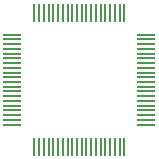
<source format=gtp>
%TF.GenerationSoftware,KiCad,Pcbnew,6.0.0*%
%TF.CreationDate,2022-01-11T23:33:24+00:00*%
%TF.ProjectId,qfp-80-breakout,7166702d-3830-42d6-9272-65616b6f7574,rev?*%
%TF.SameCoordinates,Original*%
%TF.FileFunction,Paste,Top*%
%TF.FilePolarity,Positive*%
%FSLAX46Y46*%
G04 Gerber Fmt 4.6, Leading zero omitted, Abs format (unit mm)*
G04 Created by KiCad (PCBNEW 6.0.0) date 2022-01-11 23:33:24*
%MOMM*%
%LPD*%
G01*
G04 APERTURE LIST*
G04 Aperture macros list*
%AMRoundRect*
0 Rectangle with rounded corners*
0 $1 Rounding radius*
0 $2 $3 $4 $5 $6 $7 $8 $9 X,Y pos of 4 corners*
0 Add a 4 corners polygon primitive as box body*
4,1,4,$2,$3,$4,$5,$6,$7,$8,$9,$2,$3,0*
0 Add four circle primitives for the rounded corners*
1,1,$1+$1,$2,$3*
1,1,$1+$1,$4,$5*
1,1,$1+$1,$6,$7*
1,1,$1+$1,$8,$9*
0 Add four rect primitives between the rounded corners*
20,1,$1+$1,$2,$3,$4,$5,0*
20,1,$1+$1,$4,$5,$6,$7,0*
20,1,$1+$1,$6,$7,$8,$9,0*
20,1,$1+$1,$8,$9,$2,$3,0*%
G04 Aperture macros list end*
%ADD10RoundRect,0.062500X-0.062500X-0.675000X0.062500X-0.675000X0.062500X0.675000X-0.062500X0.675000X0*%
%ADD11RoundRect,0.062500X-0.675000X-0.062500X0.675000X-0.062500X0.675000X0.062500X-0.675000X0.062500X0*%
G04 APERTURE END LIST*
D10*
%TO.C,QFP-80*%
X182382000Y-104827500D03*
X182782000Y-104827500D03*
X183182000Y-104827500D03*
X183582000Y-104827500D03*
X183982000Y-104827500D03*
X184382000Y-104827500D03*
X184782000Y-104827500D03*
X185182000Y-104827500D03*
X185582000Y-104827500D03*
X185982000Y-104827500D03*
X186382000Y-104827500D03*
X186782000Y-104827500D03*
X187182000Y-104827500D03*
X187582000Y-104827500D03*
X187982000Y-104827500D03*
X188382000Y-104827500D03*
X188782000Y-104827500D03*
X189182000Y-104827500D03*
X189582000Y-104827500D03*
X189982000Y-104827500D03*
D11*
X191844500Y-106690000D03*
X191844500Y-107090000D03*
X191844500Y-107490000D03*
X191844500Y-107890000D03*
X191844500Y-108290000D03*
X191844500Y-108690000D03*
X191844500Y-109090000D03*
X191844500Y-109490000D03*
X191844500Y-109890000D03*
X191844500Y-110290000D03*
X191844500Y-110690000D03*
X191844500Y-111090000D03*
X191844500Y-111490000D03*
X191844500Y-111890000D03*
X191844500Y-112290000D03*
X191844500Y-112690000D03*
X191844500Y-113090000D03*
X191844500Y-113490000D03*
X191844500Y-113890000D03*
X191844500Y-114290000D03*
D10*
X189982000Y-116152500D03*
X189582000Y-116152500D03*
X189182000Y-116152500D03*
X188782000Y-116152500D03*
X188382000Y-116152500D03*
X187982000Y-116152500D03*
X187582000Y-116152500D03*
X187182000Y-116152500D03*
X186782000Y-116152500D03*
X186382000Y-116152500D03*
X185982000Y-116152500D03*
X185582000Y-116152500D03*
X185182000Y-116152500D03*
X184782000Y-116152500D03*
X184382000Y-116152500D03*
X183982000Y-116152500D03*
X183582000Y-116152500D03*
X183182000Y-116152500D03*
X182782000Y-116152500D03*
X182382000Y-116152500D03*
D11*
X180519500Y-114290000D03*
X180519500Y-113890000D03*
X180519500Y-113490000D03*
X180519500Y-113090000D03*
X180519500Y-112690000D03*
X180519500Y-112290000D03*
X180519500Y-111890000D03*
X180519500Y-111490000D03*
X180519500Y-111090000D03*
X180519500Y-110690000D03*
X180519500Y-110290000D03*
X180519500Y-109890000D03*
X180519500Y-109490000D03*
X180519500Y-109090000D03*
X180519500Y-108690000D03*
X180519500Y-108290000D03*
X180519500Y-107890000D03*
X180519500Y-107490000D03*
X180519500Y-107090000D03*
X180519500Y-106690000D03*
%TD*%
M02*

</source>
